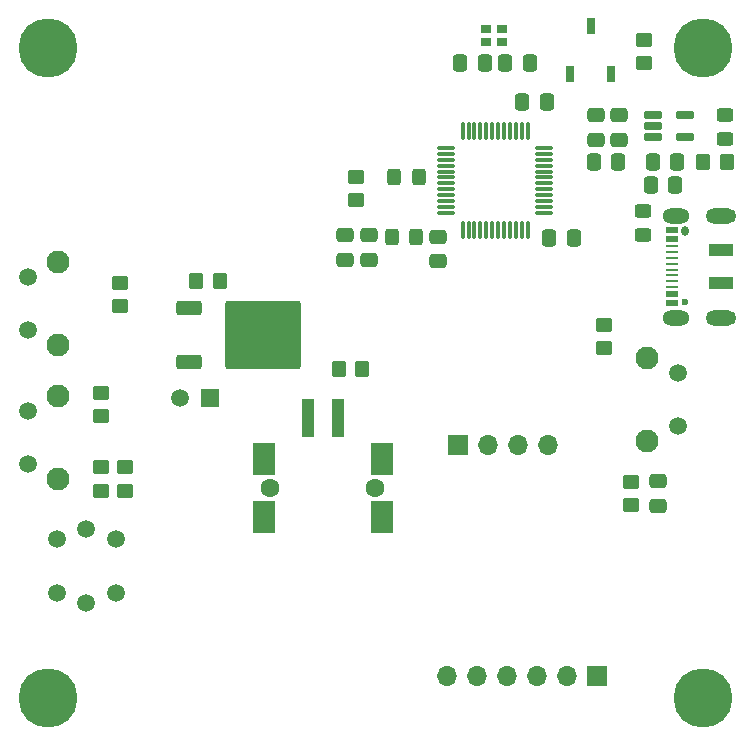
<source format=gbr>
%TF.GenerationSoftware,KiCad,Pcbnew,8.0.3*%
%TF.CreationDate,2024-07-18T14:45:25+02:00*%
%TF.ProjectId,usb-pd-mch-hotplate,7573622d-7064-42d6-9d63-682d686f7470,rev?*%
%TF.SameCoordinates,Original*%
%TF.FileFunction,Soldermask,Top*%
%TF.FilePolarity,Negative*%
%FSLAX46Y46*%
G04 Gerber Fmt 4.6, Leading zero omitted, Abs format (unit mm)*
G04 Created by KiCad (PCBNEW 8.0.3) date 2024-07-18 14:45:25*
%MOMM*%
%LPD*%
G01*
G04 APERTURE LIST*
G04 Aperture macros list*
%AMRoundRect*
0 Rectangle with rounded corners*
0 $1 Rounding radius*
0 $2 $3 $4 $5 $6 $7 $8 $9 X,Y pos of 4 corners*
0 Add a 4 corners polygon primitive as box body*
4,1,4,$2,$3,$4,$5,$6,$7,$8,$9,$2,$3,0*
0 Add four circle primitives for the rounded corners*
1,1,$1+$1,$2,$3*
1,1,$1+$1,$4,$5*
1,1,$1+$1,$6,$7*
1,1,$1+$1,$8,$9*
0 Add four rect primitives between the rounded corners*
20,1,$1+$1,$2,$3,$4,$5,0*
20,1,$1+$1,$4,$5,$6,$7,0*
20,1,$1+$1,$6,$7,$8,$9,0*
20,1,$1+$1,$8,$9,$2,$3,0*%
G04 Aperture macros list end*
%ADD10RoundRect,0.250000X-0.475000X0.337500X-0.475000X-0.337500X0.475000X-0.337500X0.475000X0.337500X0*%
%ADD11R,1.700000X1.700000*%
%ADD12O,1.700000X1.700000*%
%ADD13RoundRect,0.250000X-0.337500X-0.475000X0.337500X-0.475000X0.337500X0.475000X-0.337500X0.475000X0*%
%ADD14RoundRect,0.250000X0.450000X-0.350000X0.450000X0.350000X-0.450000X0.350000X-0.450000X-0.350000X0*%
%ADD15RoundRect,0.250000X0.475000X-0.337500X0.475000X0.337500X-0.475000X0.337500X-0.475000X-0.337500X0*%
%ADD16C,0.800000*%
%ADD17C,5.000000*%
%ADD18RoundRect,0.250000X0.325000X0.450000X-0.325000X0.450000X-0.325000X-0.450000X0.325000X-0.450000X0*%
%ADD19C,1.500000*%
%ADD20C,1.950000*%
%ADD21RoundRect,0.250000X0.450000X-0.325000X0.450000X0.325000X-0.450000X0.325000X-0.450000X-0.325000X0*%
%ADD22RoundRect,0.250000X-0.450000X0.350000X-0.450000X-0.350000X0.450000X-0.350000X0.450000X0.350000X0*%
%ADD23RoundRect,0.162500X-0.617500X-0.162500X0.617500X-0.162500X0.617500X0.162500X-0.617500X0.162500X0*%
%ADD24RoundRect,0.250000X-0.325000X-0.450000X0.325000X-0.450000X0.325000X0.450000X-0.325000X0.450000X0*%
%ADD25R,0.900000X0.800000*%
%ADD26R,0.800000X1.400000*%
%ADD27R,1.500000X1.500000*%
%ADD28RoundRect,0.250000X0.350000X0.450000X-0.350000X0.450000X-0.350000X-0.450000X0.350000X-0.450000X0*%
%ADD29C,0.600000*%
%ADD30R,2.000000X1.000000*%
%ADD31O,0.600000X0.850000*%
%ADD32R,1.000000X0.520000*%
%ADD33R,1.000000X0.270000*%
%ADD34O,2.300000X1.300000*%
%ADD35O,2.600000X1.300000*%
%ADD36RoundRect,0.250000X0.337500X0.475000X-0.337500X0.475000X-0.337500X-0.475000X0.337500X-0.475000X0*%
%ADD37C,1.600000*%
%ADD38R,1.020000X3.200000*%
%ADD39R,1.950000X2.700000*%
%ADD40RoundRect,0.250000X-0.850000X-0.350000X0.850000X-0.350000X0.850000X0.350000X-0.850000X0.350000X0*%
%ADD41RoundRect,0.249997X-2.950003X-2.650003X2.950003X-2.650003X2.950003X2.650003X-2.950003X2.650003X0*%
%ADD42RoundRect,0.075000X-0.075000X0.662500X-0.075000X-0.662500X0.075000X-0.662500X0.075000X0.662500X0*%
%ADD43RoundRect,0.075000X-0.662500X0.075000X-0.662500X-0.075000X0.662500X-0.075000X0.662500X0.075000X0*%
G04 APERTURE END LIST*
D10*
%TO.C,C5*%
X146700000Y-79562500D03*
X146700000Y-81637500D03*
%TD*%
D11*
%TO.C,J4*%
X160100000Y-116800000D03*
D12*
X157560000Y-116800000D03*
X155020000Y-116800000D03*
X152480000Y-116800000D03*
X149940000Y-116800000D03*
X147400000Y-116800000D03*
%TD*%
D13*
%TO.C,C4*%
X156062500Y-79700000D03*
X158137500Y-79700000D03*
%TD*%
D14*
%TO.C,R10*%
X119700000Y-85450000D03*
X119700000Y-83450000D03*
%TD*%
D15*
%TO.C,C1*%
X160000000Y-71337500D03*
X160000000Y-69262500D03*
%TD*%
D16*
%TO.C,H3*%
X111725000Y-118600000D03*
X112274175Y-117274175D03*
X112274175Y-119925825D03*
X113600000Y-116725000D03*
D17*
X113600000Y-118600000D03*
D16*
X113600000Y-120475000D03*
X114925825Y-117274175D03*
X114925825Y-119925825D03*
X115475000Y-118600000D03*
%TD*%
D15*
%TO.C,C12*%
X162000000Y-71337500D03*
X162000000Y-69262500D03*
%TD*%
D18*
%TO.C,L1*%
X144825000Y-79600000D03*
X142775000Y-79600000D03*
%TD*%
D16*
%TO.C,H1*%
X167225000Y-63600000D03*
X167774175Y-62274175D03*
X167774175Y-64925825D03*
X169100000Y-61725000D03*
D17*
X169100000Y-63600000D03*
D16*
X169100000Y-65475000D03*
X170425825Y-62274175D03*
X170425825Y-64925825D03*
X170975000Y-63600000D03*
%TD*%
%TO.C,H4*%
X167225000Y-118600000D03*
X167774175Y-117274175D03*
X167774175Y-119925825D03*
X169100000Y-116725000D03*
D17*
X169100000Y-118600000D03*
D16*
X169100000Y-120475000D03*
X170425825Y-117274175D03*
X170425825Y-119925825D03*
X170975000Y-118600000D03*
%TD*%
D13*
%TO.C,C2*%
X164662500Y-75200000D03*
X166737500Y-75200000D03*
%TD*%
D10*
%TO.C,C11*%
X165250000Y-100262500D03*
X165250000Y-102337500D03*
%TD*%
D13*
%TO.C,C3*%
X159862500Y-73200000D03*
X161937500Y-73200000D03*
%TD*%
D19*
%TO.C,BTN_UP*%
X111950000Y-82950000D03*
X111950000Y-87450000D03*
D20*
X114500000Y-81700000D03*
X114500000Y-88700000D03*
%TD*%
D19*
%TO.C,BTN_STARTSTOP*%
X114400000Y-105200000D03*
X119400000Y-105200000D03*
X114400000Y-109700000D03*
X119400000Y-109700000D03*
X116900000Y-104300000D03*
X116900000Y-110600000D03*
%TD*%
D21*
%TO.C,D2*%
X171000000Y-71325000D03*
X171000000Y-69275000D03*
%TD*%
D22*
%TO.C,R4*%
X139700000Y-74500000D03*
X139700000Y-76500000D03*
%TD*%
D23*
%TO.C,U3*%
X164850000Y-69250000D03*
X164850000Y-70200000D03*
X164850000Y-71150000D03*
X167550000Y-71150000D03*
X167550000Y-69250000D03*
%TD*%
D24*
%TO.C,D1*%
X142975000Y-74500000D03*
X145025000Y-74500000D03*
%TD*%
D21*
%TO.C,FB1*%
X164000000Y-79425000D03*
X164000000Y-77375000D03*
%TD*%
D25*
%TO.C,Y1*%
X152100000Y-62000000D03*
X150700000Y-62000000D03*
X150700000Y-63100000D03*
X152100000Y-63100000D03*
%TD*%
D26*
%TO.C,SW1*%
X157850000Y-65750000D03*
X159600000Y-61750000D03*
X161350000Y-65750000D03*
%TD*%
D19*
%TO.C,RESET*%
X166940000Y-95600000D03*
X166940000Y-91100000D03*
D20*
X164390000Y-96850000D03*
X164390000Y-89850000D03*
%TD*%
D22*
%TO.C,R7*%
X164100000Y-62900000D03*
X164100000Y-64900000D03*
%TD*%
%TO.C,R11*%
X118120000Y-92760000D03*
X118120000Y-94760000D03*
%TD*%
D27*
%TO.C,J6*%
X127400000Y-93200000D03*
D19*
X124860000Y-93200000D03*
%TD*%
D10*
%TO.C,C10*%
X138800000Y-79462500D03*
X138800000Y-81537500D03*
%TD*%
D13*
%TO.C,C13*%
X164862500Y-73200000D03*
X166937500Y-73200000D03*
%TD*%
D14*
%TO.C,R9*%
X163000000Y-102300000D03*
X163000000Y-100300000D03*
%TD*%
D16*
%TO.C,H2*%
X111725000Y-63600000D03*
X112274175Y-62274175D03*
X112274175Y-64925825D03*
X113600000Y-61725000D03*
D17*
X113600000Y-63600000D03*
D16*
X113600000Y-65475000D03*
X114925825Y-62274175D03*
X114925825Y-64925825D03*
X115475000Y-63600000D03*
%TD*%
D28*
%TO.C,R3*%
X140250000Y-90750000D03*
X138250000Y-90750000D03*
%TD*%
D10*
%TO.C,C9*%
X140800000Y-79462500D03*
X140800000Y-81537500D03*
%TD*%
D28*
%TO.C,R6*%
X128200000Y-83300000D03*
X126200000Y-83300000D03*
%TD*%
D29*
%TO.C,J2*%
X167550000Y-85100000D03*
D30*
X170650000Y-83500000D03*
X170650000Y-80700000D03*
D31*
X167550000Y-79100000D03*
D32*
X166450000Y-85200000D03*
X166450000Y-84450000D03*
D33*
X166450000Y-83850000D03*
X166450000Y-82350000D03*
X166450000Y-81350000D03*
X166450000Y-80350000D03*
D32*
X166450000Y-79750000D03*
X166450000Y-79000000D03*
X166450000Y-79000000D03*
X166450000Y-79750000D03*
D33*
X166450000Y-80850000D03*
X166450000Y-81850000D03*
X166450000Y-82850000D03*
X166450000Y-83350000D03*
D32*
X166450000Y-84450000D03*
X166450000Y-85200000D03*
D34*
X166825000Y-86420000D03*
D35*
X170650000Y-86420000D03*
D34*
X166825000Y-77780000D03*
D35*
X170650000Y-77780000D03*
%TD*%
D36*
%TO.C,C7*%
X154437500Y-64850000D03*
X152362500Y-64850000D03*
%TD*%
D37*
%TO.C,J1*%
X141320000Y-100850000D03*
X132480000Y-100850000D03*
D38*
X135630000Y-94950000D03*
X138170000Y-94950000D03*
D39*
X131905000Y-98400000D03*
X131905000Y-103300000D03*
X141895000Y-98400000D03*
X141895000Y-103300000D03*
%TD*%
D28*
%TO.C,R5*%
X171100000Y-73200000D03*
X169100000Y-73200000D03*
%TD*%
D36*
%TO.C,C6*%
X155887500Y-68150000D03*
X153812500Y-68150000D03*
%TD*%
D11*
%TO.C,J8*%
X148320000Y-97200000D03*
D12*
X150860000Y-97200000D03*
X153400000Y-97200000D03*
X155940000Y-97200000D03*
%TD*%
D22*
%TO.C,R2*%
X118120000Y-99100000D03*
X118120000Y-101100000D03*
%TD*%
D19*
%TO.C,BTN_DOWN*%
X111950000Y-94300000D03*
X111950000Y-98800000D03*
D20*
X114500000Y-93050000D03*
X114500000Y-100050000D03*
%TD*%
D40*
%TO.C,Q1*%
X125560000Y-85620000D03*
D41*
X131860000Y-87900000D03*
D40*
X125560000Y-90180000D03*
%TD*%
D42*
%TO.C,U1*%
X154250000Y-70637500D03*
X153750000Y-70637500D03*
X153250000Y-70637500D03*
X152750000Y-70637500D03*
X152250000Y-70637500D03*
X151750000Y-70637500D03*
X151250000Y-70637500D03*
X150750000Y-70637500D03*
X150250000Y-70637500D03*
X149750000Y-70637500D03*
X149250000Y-70637500D03*
X148750000Y-70637500D03*
D43*
X147337500Y-72050000D03*
X147337500Y-72550000D03*
X147337500Y-73050000D03*
X147337500Y-73550000D03*
X147337500Y-74050000D03*
X147337500Y-74550000D03*
X147337500Y-75050000D03*
X147337500Y-75550000D03*
X147337500Y-76050000D03*
X147337500Y-76550000D03*
X147337500Y-77050000D03*
X147337500Y-77550000D03*
D42*
X148750000Y-78962500D03*
X149250000Y-78962500D03*
X149750000Y-78962500D03*
X150250000Y-78962500D03*
X150750000Y-78962500D03*
X151250000Y-78962500D03*
X151750000Y-78962500D03*
X152250000Y-78962500D03*
X152750000Y-78962500D03*
X153250000Y-78962500D03*
X153750000Y-78962500D03*
X154250000Y-78962500D03*
D43*
X155662500Y-77550000D03*
X155662500Y-77050000D03*
X155662500Y-76550000D03*
X155662500Y-76050000D03*
X155662500Y-75550000D03*
X155662500Y-75050000D03*
X155662500Y-74550000D03*
X155662500Y-74050000D03*
X155662500Y-73550000D03*
X155662500Y-73050000D03*
X155662500Y-72550000D03*
X155662500Y-72050000D03*
%TD*%
D22*
%TO.C,R1*%
X120120000Y-99100000D03*
X120120000Y-101100000D03*
%TD*%
D36*
%TO.C,C8*%
X150637500Y-64850000D03*
X148562500Y-64850000D03*
%TD*%
D14*
%TO.C,R8*%
X160750000Y-89000000D03*
X160750000Y-87000000D03*
%TD*%
M02*

</source>
